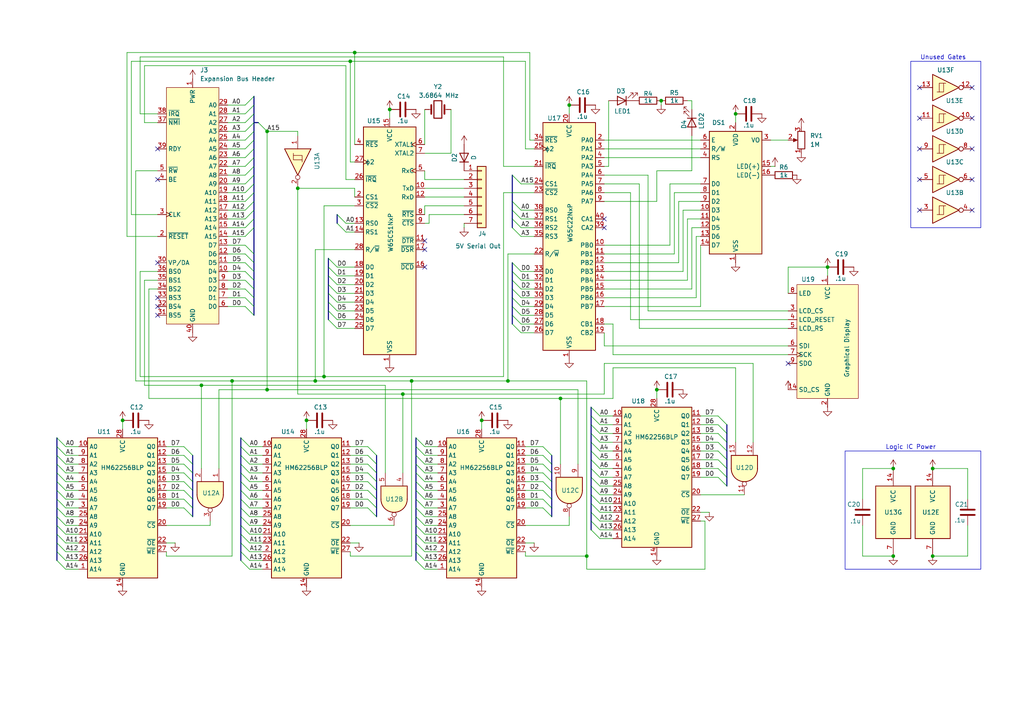
<source format=kicad_sch>
(kicad_sch (version 20250114) (generator "eeschema") (generator_version "9.0")
  (paper "A4")
  (rectangle (start 245.11 130.81) (end 284.48 165.1))
  (rectangle (start 264.16 17.78) (end 284.48 66.04))
  (text "Logic IC Power" (at 264.16 129.794 0) (effects (font (size 1.27 1.27))))
  (text "Unused Gates" (at 273.558 16.764 0) (effects (font (size 1.27 1.27))))
  (junction (at 259.08 135.89))
  (junction (at 58.42 111.76))
  (junction (at 91.44 110.49))
  (junction (at 270.51 161.29))
  (junction (at 270.51 135.89))
  (junction (at 88.9 121.92))
  (junction (at 147.32 110.49))
  (junction (at 190.5 113.03))
  (junction (at 116.84 114.3))
  (junction (at 35.56 121.92))
  (junction (at 101.6 17.78))
  (junction (at 113.03 31.75))
  (junction (at 119.38 110.49))
  (junction (at 102.87 15.24))
  (junction (at 77.47 113.03))
  (junction (at 170.18 161.29))
  (junction (at 139.7 121.92))
  (junction (at 213.36 33.02))
  (junction (at 93.98 109.22))
  (junction (at 165.1 30.48))
  (junction (at 191.77 29.21))
  (junction (at 67.31 110.49))
  (junction (at 86.36 54.61))
  (junction (at 77.47 38.1))
  (junction (at 162.56 115.57))
  (junction (at 240.03 77.47))
  (junction (at 259.08 161.29))
  (no_connect (at 266.7 34.29))
  (no_connect (at 123.19 69.85))
  (no_connect (at 45.72 43.18))
  (no_connect (at 45.72 88.9))
  (no_connect (at 45.72 52.07))
  (no_connect (at 281.94 43.18))
  (no_connect (at 281.94 60.96))
  (no_connect (at 45.72 91.44))
  (no_connect (at 175.26 63.5))
  (no_connect (at 123.19 77.47))
  (no_connect (at 175.26 66.04))
  (no_connect (at 45.72 86.36))
  (no_connect (at 266.7 25.4))
  (no_connect (at 266.7 52.07))
  (no_connect (at 281.94 52.07))
  (no_connect (at 281.94 25.4))
  (no_connect (at 123.19 72.39))
  (no_connect (at 266.7 60.96))
  (no_connect (at 45.72 76.2))
  (no_connect (at 266.7 43.18))
  (no_connect (at 228.6 105.41))
  (no_connect (at 281.94 34.29))
  (bus_entry (at 173.99 138.43) (size -2.54 -2.54))
  (bus_entry (at 97.79 90.17) (size -2.54 -2.54))
  (bus_entry (at 173.99 133.35) (size -2.54 -2.54))
  (bus_entry (at 123.19 154.94) (size -2.54 -2.54))
  (bus_entry (at 71.12 38.1) (size 2.54 -2.54))
  (bus_entry (at 123.19 157.48) (size -2.54 -2.54))
  (bus_entry (at 71.12 58.42) (size 2.54 -2.54))
  (bus_entry (at 19.05 132.08) (size -2.54 -2.54))
  (bus_entry (at 71.12 86.36) (size 2.54 2.54))
  (bus_entry (at 97.79 87.63) (size -2.54 -2.54))
  (bus_entry (at 71.12 35.56) (size 2.54 -2.54))
  (bus_entry (at 123.19 160.02) (size -2.54 -2.54))
  (bus_entry (at 71.12 63.5) (size 2.54 -2.54))
  (bus_entry (at 53.34 147.32) (size 2.54 2.54))
  (bus_entry (at 123.19 134.62) (size -2.54 -2.54))
  (bus_entry (at 123.19 152.4) (size -2.54 -2.54))
  (bus_entry (at 72.39 134.62) (size -2.54 -2.54))
  (bus_entry (at 53.34 139.7) (size 2.54 2.54))
  (bus_entry (at 151.13 93.98) (size -2.54 -2.54))
  (bus_entry (at 157.48 134.62) (size 2.54 2.54))
  (bus_entry (at 151.13 83.82) (size -2.54 -2.54))
  (bus_entry (at 106.68 132.08) (size 2.54 2.54))
  (bus_entry (at 208.28 128.27) (size 2.54 2.54))
  (bus_entry (at 71.12 55.88) (size 2.54 -2.54))
  (bus_entry (at 19.05 152.4) (size -2.54 -2.54))
  (bus_entry (at 97.79 82.55) (size -2.54 -2.54))
  (bus_entry (at 74.93 35.56) (size 2.54 2.54))
  (bus_entry (at 148.59 66.04) (size 2.54 2.54))
  (bus_entry (at 148.59 60.96) (size 2.54 2.54))
  (bus_entry (at 173.99 156.21) (size -2.54 -2.54))
  (bus_entry (at 151.13 81.28) (size -2.54 -2.54))
  (bus_entry (at 71.12 81.28) (size 2.54 2.54))
  (bus_entry (at 173.99 143.51) (size -2.54 -2.54))
  (bus_entry (at 173.99 123.19) (size -2.54 -2.54))
  (bus_entry (at 71.12 66.04) (size 2.54 -2.54))
  (bus_entry (at 19.05 165.1) (size -2.54 -2.54))
  (bus_entry (at 71.12 78.74) (size 2.54 2.54))
  (bus_entry (at 208.28 138.43) (size 2.54 2.54))
  (bus_entry (at 97.79 95.25) (size -2.54 -2.54))
  (bus_entry (at 157.48 139.7) (size 2.54 2.54))
  (bus_entry (at 53.34 137.16) (size 2.54 2.54))
  (bus_entry (at 19.05 144.78) (size -2.54 -2.54))
  (bus_entry (at 123.19 142.24) (size -2.54 -2.54))
  (bus_entry (at 208.28 120.65) (size 2.54 2.54))
  (bus_entry (at 173.99 128.27) (size -2.54 -2.54))
  (bus_entry (at 173.99 130.81) (size -2.54 -2.54))
  (bus_entry (at 123.19 132.08) (size -2.54 -2.54))
  (bus_entry (at 19.05 147.32) (size -2.54 -2.54))
  (bus_entry (at 151.13 88.9) (size -2.54 -2.54))
  (bus_entry (at 123.19 139.7) (size -2.54 -2.54))
  (bus_entry (at 173.99 120.65) (size -2.54 -2.54))
  (bus_entry (at 97.79 80.01) (size -2.54 -2.54))
  (bus_entry (at 106.68 129.54) (size 2.54 2.54))
  (bus_entry (at 71.12 40.64) (size 2.54 -2.54))
  (bus_entry (at 71.12 60.96) (size 2.54 -2.54))
  (bus_entry (at 173.99 153.67) (size -2.54 -2.54))
  (bus_entry (at 157.48 147.32) (size 2.54 2.54))
  (bus_entry (at 151.13 96.52) (size -2.54 -2.54))
  (bus_entry (at 19.05 160.02) (size -2.54 -2.54))
  (bus_entry (at 100.33 64.77) (size -2.54 -2.54))
  (bus_entry (at 208.28 135.89) (size 2.54 2.54))
  (bus_entry (at 53.34 144.78) (size 2.54 2.54))
  (bus_entry (at 72.39 142.24) (size -2.54 -2.54))
  (bus_entry (at 53.34 142.24) (size 2.54 2.54))
  (bus_entry (at 19.05 154.94) (size -2.54 -2.54))
  (bus_entry (at 19.05 137.16) (size -2.54 -2.54))
  (bus_entry (at 71.12 83.82) (size 2.54 2.54))
  (bus_entry (at 19.05 157.48) (size -2.54 -2.54))
  (bus_entry (at 106.68 144.78) (size 2.54 2.54))
  (bus_entry (at 123.19 165.1) (size -2.54 -2.54))
  (bus_entry (at 148.59 58.42) (size 2.54 2.54))
  (bus_entry (at 148.59 63.5) (size 2.54 2.54))
  (bus_entry (at 123.19 129.54) (size -2.54 -2.54))
  (bus_entry (at 19.05 129.54) (size -2.54 -2.54))
  (bus_entry (at 208.28 125.73) (size 2.54 2.54))
  (bus_entry (at 19.05 149.86) (size -2.54 -2.54))
  (bus_entry (at 19.05 139.7) (size -2.54 -2.54))
  (bus_entry (at 71.12 73.66) (size 2.54 2.54))
  (bus_entry (at 71.12 53.34) (size 2.54 -2.54))
  (bus_entry (at 148.59 50.8) (size 2.54 2.54))
  (bus_entry (at 71.12 50.8) (size 2.54 -2.54))
  (bus_entry (at 173.99 151.13) (size -2.54 -2.54))
  (bus_entry (at 72.39 154.94) (size -2.54 -2.54))
  (bus_entry (at 53.34 132.08) (size 2.54 2.54))
  (bus_entry (at 72.39 132.08) (size -2.54 -2.54))
  (bus_entry (at 151.13 91.44) (size -2.54 -2.54))
  (bus_entry (at 71.12 68.58) (size 2.54 -2.54))
  (bus_entry (at 97.79 77.47) (size -2.54 -2.54))
  (bus_entry (at 72.39 152.4) (size -2.54 -2.54))
  (bus_entry (at 123.19 149.86) (size -2.54 -2.54))
  (bus_entry (at 71.12 45.72) (size 2.54 -2.54))
  (bus_entry (at 208.28 123.19) (size 2.54 2.54))
  (bus_entry (at 72.39 157.48) (size -2.54 -2.54))
  (bus_entry (at 100.33 67.31) (size -2.54 -2.54))
  (bus_entry (at 97.79 92.71) (size -2.54 -2.54))
  (bus_entry (at 72.39 160.02) (size -2.54 -2.54))
  (bus_entry (at 157.48 132.08) (size 2.54 2.54))
  (bus_entry (at 157.48 144.78) (size 2.54 2.54))
  (bus_entry (at 106.68 134.62) (size 2.54 2.54))
  (bus_entry (at 157.48 137.16) (size 2.54 2.54))
  (bus_entry (at 106.68 137.16) (size 2.54 2.54))
  (bus_entry (at 106.68 139.7) (size 2.54 2.54))
  (bus_entry (at 72.39 147.32) (size -2.54 -2.54))
  (bus_entry (at 72.39 129.54) (size -2.54 -2.54))
  (bus_entry (at 71.12 88.9) (size 2.54 2.54))
  (bus_entry (at 208.28 130.81) (size 2.54 2.54))
  (bus_entry (at 151.13 86.36) (size -2.54 -2.54))
  (bus_entry (at 71.12 71.12) (size 2.54 2.54))
  (bus_entry (at 71.12 43.18) (size 2.54 -2.54))
  (bus_entry (at 173.99 140.97) (size -2.54 -2.54))
  (bus_entry (at 19.05 134.62) (size -2.54 -2.54))
  (bus_entry (at 208.28 133.35) (size 2.54 2.54))
  (bus_entry (at 72.39 149.86) (size -2.54 -2.54))
  (bus_entry (at 173.99 125.73) (size -2.54 -2.54))
  (bus_entry (at 97.79 85.09) (size -2.54 -2.54))
  (bus_entry (at 71.12 30.48) (size 2.54 -2.54))
  (bus_entry (at 173.99 146.05) (size -2.54 -2.54))
  (bus_entry (at 71.12 76.2) (size 2.54 2.54))
  (bus_entry (at 53.34 129.54) (size 2.54 2.54))
  (bus_entry (at 157.48 129.54) (size 2.54 2.54))
  (bus_entry (at 123.19 162.56) (size -2.54 -2.54))
  (bus_entry (at 157.48 142.24) (size 2.54 2.54))
  (bus_entry (at 53.34 134.62) (size 2.54 2.54))
  (bus_entry (at 123.19 144.78) (size -2.54 -2.54))
  (bus_entry (at 72.39 137.16) (size -2.54 -2.54))
  (bus_entry (at 72.39 144.78) (size -2.54 -2.54))
  (bus_entry (at 106.68 142.24) (size 2.54 2.54))
  (bus_entry (at 19.05 142.24) (size -2.54 -2.54))
  (bus_entry (at 151.13 78.74) (size -2.54 -2.54))
  (bus_entry (at 71.12 33.02) (size 2.54 -2.54))
  (bus_entry (at 173.99 148.59) (size -2.54 -2.54))
  (bus_entry (at 123.19 147.32) (size -2.54 -2.54))
  (bus_entry (at 123.19 137.16) (size -2.54 -2.54))
  (bus_entry (at 72.39 139.7) (size -2.54 -2.54))
  (bus_entry (at 173.99 135.89) (size -2.54 -2.54))
  (bus_entry (at 72.39 165.1) (size -2.54 -2.54))
  (bus_entry (at 19.05 162.56) (size -2.54 -2.54))
  (bus_entry (at 71.12 48.26) (size 2.54 -2.54))
  (bus_entry (at 106.68 147.32) (size 2.54 2.54))
  (bus_entry (at 72.39 162.56) (size -2.54 -2.54))
  (wire (pts (xy 66.04 43.18) (xy 71.12 43.18)))
  (wire (pts (xy 72.39 137.16) (xy 76.2 137.16)))
  (bus (pts (xy 73.66 86.36) (xy 73.66 88.9)))
  (bus (pts (xy 120.65 134.62) (xy 120.65 137.16)))
  (wire (pts (xy 66.04 53.34) (xy 71.12 53.34)))
  (wire (pts (xy 67.31 161.29) (xy 67.31 110.49)))
  (wire (pts (xy 187.96 90.17) (xy 187.96 50.8)))
  (wire (pts (xy 41.91 81.28) (xy 45.72 81.28)))
  (wire (pts (xy 40.64 33.02) (xy 45.72 33.02)))
  (wire (pts (xy 86.36 54.61) (xy 86.36 114.3)))
  (wire (pts (xy 123.19 54.61) (xy 134.62 54.61)))
  (wire (pts (xy 101.6 147.32) (xy 106.68 147.32)))
  (wire (pts (xy 123.19 160.02) (xy 127 160.02)))
  (bus (pts (xy 69.85 149.86) (xy 69.85 152.4)))
  (wire (pts (xy 123.19 64.77) (xy 124.46 64.77)))
  (wire (pts (xy 101.6 137.16) (xy 106.68 137.16)))
  (wire (pts (xy 66.04 88.9) (xy 71.12 88.9)))
  (bus (pts (xy 95.25 82.55) (xy 95.25 80.01)))
  (wire (pts (xy 270.51 135.89) (xy 280.67 135.89)))
  (wire (pts (xy 173.99 133.35) (xy 177.8 133.35)))
  (bus (pts (xy 120.65 139.7) (xy 120.65 142.24)))
  (wire (pts (xy 66.04 76.2) (xy 71.12 76.2)))
  (bus (pts (xy 73.66 81.28) (xy 73.66 83.82)))
  (wire (pts (xy 173.99 120.65) (xy 177.8 120.65)))
  (wire (pts (xy 213.36 106.68) (xy 177.8 106.68)))
  (bus (pts (xy 120.65 142.24) (xy 120.65 144.78)))
  (wire (pts (xy 152.4 17.78) (xy 101.6 17.78)))
  (bus (pts (xy 171.45 123.19) (xy 171.45 125.73)))
  (bus (pts (xy 109.22 147.32) (xy 109.22 149.86)))
  (wire (pts (xy 66.04 50.8) (xy 71.12 50.8)))
  (wire (pts (xy 123.19 142.24) (xy 127 142.24)))
  (wire (pts (xy 123.19 165.1) (xy 127 165.1)))
  (wire (pts (xy 72.39 154.94) (xy 76.2 154.94)))
  (wire (pts (xy 162.56 115.57) (xy 43.18 115.57)))
  (wire (pts (xy 123.19 157.48) (xy 127 157.48)))
  (bus (pts (xy 73.66 35.56) (xy 73.66 38.1)))
  (bus (pts (xy 171.45 151.13) (xy 171.45 153.67)))
  (wire (pts (xy 203.2 130.81) (xy 208.28 130.81)))
  (wire (pts (xy 100.33 52.07) (xy 100.33 19.05)))
  (wire (pts (xy 280.67 135.89) (xy 280.67 144.78)))
  (bus (pts (xy 69.85 142.24) (xy 69.85 144.78)))
  (wire (pts (xy 200.66 29.21) (xy 199.39 29.21)))
  (wire (pts (xy 124.46 62.23) (xy 134.62 62.23)))
  (bus (pts (xy 73.66 60.96) (xy 73.66 63.5)))
  (bus (pts (xy 210.82 123.19) (xy 210.82 125.73)))
  (bus (pts (xy 16.51 147.32) (xy 16.51 149.86)))
  (wire (pts (xy 19.05 147.32) (xy 22.86 147.32)))
  (wire (pts (xy 123.19 137.16) (xy 127 137.16)))
  (bus (pts (xy 16.51 142.24) (xy 16.51 144.78)))
  (wire (pts (xy 123.19 147.32) (xy 127 147.32)))
  (wire (pts (xy 123.19 162.56) (xy 127 162.56)))
  (wire (pts (xy 19.05 132.08) (xy 22.86 132.08)))
  (bus (pts (xy 73.66 55.88) (xy 73.66 58.42)))
  (bus (pts (xy 73.66 33.02) (xy 73.66 35.56)))
  (wire (pts (xy 228.6 77.47) (xy 240.03 77.47)))
  (wire (pts (xy 203.2 135.89) (xy 208.28 135.89)))
  (wire (pts (xy 228.6 85.09) (xy 228.6 77.47)))
  (wire (pts (xy 203.2 143.51) (xy 215.9 143.51)))
  (bus (pts (xy 69.85 152.4) (xy 69.85 154.94)))
  (wire (pts (xy 151.13 88.9) (xy 154.94 88.9)))
  (bus (pts (xy 148.59 93.98) (xy 148.59 91.44)))
  (bus (pts (xy 16.51 134.62) (xy 16.51 137.16)))
  (wire (pts (xy 152.4 144.78) (xy 157.48 144.78)))
  (bus (pts (xy 55.88 144.78) (xy 55.88 147.32)))
  (bus (pts (xy 73.66 63.5) (xy 73.66 66.04)))
  (wire (pts (xy 152.4 142.24) (xy 157.48 142.24)))
  (wire (pts (xy 153.67 15.24) (xy 102.87 15.24)))
  (wire (pts (xy 100.33 19.05) (xy 41.91 19.05)))
  (wire (pts (xy 203.2 123.19) (xy 208.28 123.19)))
  (wire (pts (xy 100.33 67.31) (xy 102.87 67.31)))
  (bus (pts (xy 73.66 48.26) (xy 73.66 50.8)))
  (wire (pts (xy 175.26 58.42) (xy 190.5 58.42)))
  (wire (pts (xy 41.91 35.56) (xy 45.72 35.56)))
  (wire (pts (xy 167.64 113.03) (xy 77.47 113.03)))
  (wire (pts (xy 175.26 45.72) (xy 203.2 45.72)))
  (bus (pts (xy 148.59 81.28) (xy 148.59 83.82)))
  (wire (pts (xy 45.72 78.74) (xy 40.64 78.74)))
  (bus (pts (xy 160.02 144.78) (xy 160.02 147.32)))
  (bus (pts (xy 73.66 45.72) (xy 73.66 48.26)))
  (bus (pts (xy 160.02 132.08) (xy 160.02 134.62)))
  (bus (pts (xy 73.66 30.48) (xy 73.66 33.02)))
  (bus (pts (xy 120.65 147.32) (xy 120.65 149.86)))
  (wire (pts (xy 123.19 129.54) (xy 127 129.54)))
  (wire (pts (xy 88.9 121.92) (xy 88.9 124.46)))
  (bus (pts (xy 171.45 128.27) (xy 171.45 130.81)))
  (wire (pts (xy 40.64 109.22) (xy 93.98 109.22)))
  (wire (pts (xy 19.05 165.1) (xy 22.86 165.1)))
  (wire (pts (xy 101.6 161.29) (xy 119.38 161.29)))
  (wire (pts (xy 39.37 49.53) (xy 39.37 110.49)))
  (wire (pts (xy 190.5 113.03) (xy 190.5 115.57)))
  (wire (pts (xy 165.1 152.4) (xy 152.4 152.4)))
  (bus (pts (xy 55.88 147.32) (xy 55.88 149.86)))
  (wire (pts (xy 223.52 48.26) (xy 224.79 48.26)))
  (bus (pts (xy 55.88 137.16) (xy 55.88 139.7)))
  (wire (pts (xy 97.79 87.63) (xy 102.87 87.63)))
  (wire (pts (xy 123.19 152.4) (xy 127 152.4)))
  (wire (pts (xy 66.04 30.48) (xy 71.12 30.48)))
  (wire (pts (xy 41.91 19.05) (xy 41.91 35.56)))
  (bus (pts (xy 69.85 134.62) (xy 69.85 137.16)))
  (wire (pts (xy 146.05 109.22) (xy 93.98 109.22)))
  (wire (pts (xy 177.8 102.87) (xy 177.8 93.98)))
  (wire (pts (xy 101.6 129.54) (xy 106.68 129.54)))
  (wire (pts (xy 101.6 46.99) (xy 102.87 46.99)))
  (wire (pts (xy 123.19 139.7) (xy 127 139.7)))
  (wire (pts (xy 66.04 40.64) (xy 71.12 40.64)))
  (bus (pts (xy 97.79 64.77) (xy 97.79 62.23)))
  (wire (pts (xy 48.26 157.48) (xy 50.8 157.48)))
  (wire (pts (xy 66.04 48.26) (xy 71.12 48.26)))
  (wire (pts (xy 72.39 139.7) (xy 76.2 139.7)))
  (wire (pts (xy 170.18 165.1) (xy 170.18 161.29)))
  (wire (pts (xy 175.26 100.33) (xy 228.6 100.33)))
  (wire (pts (xy 175.26 40.64) (xy 203.2 40.64)))
  (wire (pts (xy 151.13 83.82) (xy 154.94 83.82)))
  (bus (pts (xy 171.45 138.43) (xy 171.45 140.97)))
  (wire (pts (xy 196.85 58.42) (xy 203.2 58.42)))
  (wire (pts (xy 151.13 96.52) (xy 154.94 96.52)))
  (wire (pts (xy 48.26 139.7) (xy 53.34 139.7)))
  (wire (pts (xy 36.83 15.24) (xy 102.87 15.24)))
  (bus (pts (xy 109.22 132.08) (xy 109.22 134.62)))
  (wire (pts (xy 77.47 38.1) (xy 86.36 38.1)))
  (bus (pts (xy 95.25 90.17) (xy 95.25 87.63)))
  (wire (pts (xy 196.85 76.2) (xy 196.85 58.42)))
  (wire (pts (xy 204.47 151.13) (xy 204.47 165.1)))
  (wire (pts (xy 173.99 128.27) (xy 177.8 128.27)))
  (wire (pts (xy 173.99 153.67) (xy 177.8 153.67)))
  (wire (pts (xy 19.05 154.94) (xy 22.86 154.94)))
  (bus (pts (xy 171.45 148.59) (xy 171.45 151.13)))
  (bus (pts (xy 69.85 132.08) (xy 69.85 134.62)))
  (wire (pts (xy 72.39 165.1) (xy 76.2 165.1)))
  (bus (pts (xy 73.66 53.34) (xy 73.66 55.88)))
  (wire (pts (xy 72.39 152.4) (xy 76.2 152.4)))
  (wire (pts (xy 101.6 142.24) (xy 106.68 142.24)))
  (bus (pts (xy 69.85 147.32) (xy 69.85 149.86)))
  (wire (pts (xy 203.2 151.13) (xy 204.47 151.13)))
  (bus (pts (xy 55.88 132.08) (xy 55.88 134.62)))
  (wire (pts (xy 154.94 73.66) (xy 147.32 73.66)))
  (wire (pts (xy 228.6 102.87) (xy 177.8 102.87)))
  (wire (pts (xy 175.26 81.28) (xy 199.39 81.28)))
  (bus (pts (xy 73.66 50.8) (xy 73.66 53.34)))
  (wire (pts (xy 195.58 55.88) (xy 203.2 55.88)))
  (wire (pts (xy 101.6 134.62) (xy 106.68 134.62)))
  (wire (pts (xy 151.13 66.04) (xy 154.94 66.04)))
  (bus (pts (xy 16.51 127) (xy 16.51 129.54)))
  (wire (pts (xy 123.19 57.15) (xy 134.62 57.15)))
  (wire (pts (xy 72.39 129.54) (xy 76.2 129.54)))
  (wire (pts (xy 190.5 49.53) (xy 200.66 49.53)))
  (bus (pts (xy 95.25 80.01) (xy 95.25 77.47)))
  (wire (pts (xy 152.4 129.54) (xy 157.48 129.54)))
  (bus (pts (xy 120.65 152.4) (xy 120.65 154.94)))
  (wire (pts (xy 146.05 16.51) (xy 40.64 16.51)))
  (bus (pts (xy 160.02 134.62) (xy 160.02 137.16)))
  (wire (pts (xy 203.2 71.12) (xy 203.2 88.9)))
  (wire (pts (xy 19.05 152.4) (xy 22.86 152.4)))
  (wire (pts (xy 45.72 62.23) (xy 38.1 62.23)))
  (wire (pts (xy 72.39 134.62) (xy 76.2 134.62)))
  (wire (pts (xy 200.66 29.21) (xy 200.66 31.75)))
  (wire (pts (xy 43.18 83.82) (xy 45.72 83.82)))
  (wire (pts (xy 86.36 114.3) (xy 116.84 114.3)))
  (wire (pts (xy 123.19 49.53) (xy 123.19 52.07)))
  (wire (pts (xy 173.99 146.05) (xy 177.8 146.05)))
  (wire (pts (xy 48.26 161.29) (xy 67.31 161.29)))
  (wire (pts (xy 116.84 114.3) (xy 116.84 137.16)))
  (bus (pts (xy 171.45 125.73) (xy 171.45 128.27)))
  (wire (pts (xy 97.79 85.09) (xy 102.87 85.09)))
  (wire (pts (xy 48.26 144.78) (xy 53.34 144.78)))
  (wire (pts (xy 45.72 49.53) (xy 39.37 49.53)))
  (wire (pts (xy 101.6 17.78) (xy 101.6 46.99)))
  (wire (pts (xy 175.26 96.52) (xy 175.26 100.33)))
  (wire (pts (xy 123.19 149.86) (xy 127 149.86)))
  (wire (pts (xy 146.05 55.88) (xy 146.05 109.22)))
  (wire (pts (xy 153.67 40.64) (xy 153.67 15.24)))
  (wire (pts (xy 45.72 68.58) (xy 36.83 68.58)))
  (wire (pts (xy 19.05 137.16) (xy 22.86 137.16)))
  (wire (pts (xy 194.31 53.34) (xy 203.2 53.34)))
  (wire (pts (xy 173.99 123.19) (xy 177.8 123.19)))
  (wire (pts (xy 93.98 59.69) (xy 93.98 109.22)))
  (bus (pts (xy 73.66 40.64) (xy 73.66 43.18)))
  (wire (pts (xy 66.04 68.58) (xy 71.12 68.58)))
  (wire (pts (xy 72.39 132.08) (xy 76.2 132.08)))
  (wire (pts (xy 175.26 83.82) (xy 200.66 83.82)))
  (wire (pts (xy 48.26 161.29) (xy 48.26 160.02)))
  (wire (pts (xy 48.26 132.08) (xy 53.34 132.08)))
  (wire (pts (xy 194.31 71.12) (xy 194.31 53.34)))
  (wire (pts (xy 228.6 90.17) (xy 187.96 90.17)))
  (wire (pts (xy 199.39 63.5) (xy 203.2 63.5)))
  (bus (pts (xy 148.59 50.8) (xy 148.59 58.42)))
  (bus (pts (xy 148.59 58.42) (xy 148.59 60.96)))
  (wire (pts (xy 151.13 63.5) (xy 154.94 63.5)))
  (wire (pts (xy 101.6 161.29) (xy 101.6 160.02)))
  (bus (pts (xy 120.65 137.16) (xy 120.65 139.7)))
  (wire (pts (xy 19.05 160.02) (xy 22.86 160.02)))
  (bus (pts (xy 69.85 137.16) (xy 69.85 139.7)))
  (wire (pts (xy 123.19 59.69) (xy 123.19 62.23)))
  (wire (pts (xy 72.39 160.02) (xy 76.2 160.02)))
  (bus (pts (xy 73.66 35.56) (xy 74.93 35.56)))
  (wire (pts (xy 173.99 148.59) (xy 177.8 148.59)))
  (wire (pts (xy 36.83 68.58) (xy 36.83 15.24)))
  (wire (pts (xy 152.4 139.7) (xy 157.48 139.7)))
  (wire (pts (xy 101.6 144.78) (xy 106.68 144.78)))
  (wire (pts (xy 97.79 82.55) (xy 102.87 82.55)))
  (bus (pts (xy 73.66 66.04) (xy 73.66 73.66)))
  (wire (pts (xy 259.08 161.29) (xy 250.19 161.29)))
  (bus (pts (xy 73.66 88.9) (xy 73.66 91.44)))
  (wire (pts (xy 101.6 132.08) (xy 106.68 132.08)))
  (bus (pts (xy 120.65 129.54) (xy 120.65 132.08)))
  (wire (pts (xy 58.42 111.76) (xy 58.42 135.89)))
  (wire (pts (xy 146.05 16.51) (xy 146.05 48.26)))
  (bus (pts (xy 69.85 127) (xy 69.85 129.54)))
  (bus (pts (xy 160.02 142.24) (xy 160.02 144.78)))
  (wire (pts (xy 152.4 137.16) (xy 157.48 137.16)))
  (bus (pts (xy 120.65 157.48) (xy 120.65 160.02)))
  (bus (pts (xy 171.45 130.81) (xy 171.45 133.35)))
  (wire (pts (xy 280.67 161.29) (xy 280.67 152.4)))
  (wire (pts (xy 19.05 129.54) (xy 22.86 129.54)))
  (wire (pts (xy 151.13 86.36) (xy 154.94 86.36)))
  (bus (pts (xy 16.51 144.78) (xy 16.51 147.32)))
  (wire (pts (xy 218.44 128.27) (xy 218.44 105.41)))
  (wire (pts (xy 41.91 111.76) (xy 58.42 111.76)))
  (wire (pts (xy 173.99 143.51) (xy 177.8 143.51)))
  (wire (pts (xy 86.36 38.1) (xy 86.36 39.37)))
  (wire (pts (xy 270.51 161.29) (xy 280.67 161.29)))
  (wire (pts (xy 48.26 152.4) (xy 60.96 152.4)))
  (wire (pts (xy 152.4 43.18) (xy 152.4 17.78)))
  (wire (pts (xy 35.56 121.92) (xy 35.56 124.46)))
  (wire (pts (xy 152.4 161.29) (xy 170.18 161.29)))
  (wire (pts (xy 40.64 78.74) (xy 40.64 109.22)))
  (wire (pts (xy 240.03 77.47) (xy 240.03 80.01)))
  (wire (pts (xy 19.05 142.24) (xy 22.86 142.24)))
  (wire (pts (xy 176.53 29.21) (xy 176.53 48.26)))
  (wire (pts (xy 66.04 83.82) (xy 71.12 83.82)))
  (bus (pts (xy 16.51 157.48) (xy 16.51 160.02)))
  (wire (pts (xy 175.26 105.41) (xy 218.44 105.41)))
  (bus (pts (xy 148.59 86.36) (xy 148.59 88.9)))
  (wire (pts (xy 203.2 125.73) (xy 208.28 125.73)))
  (wire (pts (xy 66.04 73.66) (xy 71.12 73.66)))
  (wire (pts (xy 72.39 149.86) (xy 76.2 149.86)))
  (wire (pts (xy 151.13 60.96) (xy 154.94 60.96)))
  (bus (pts (xy 69.85 144.78) (xy 69.85 147.32)))
  (bus (pts (xy 69.85 157.48) (xy 69.85 160.02)))
  (wire (pts (xy 151.13 91.44) (xy 154.94 91.44)))
  (wire (pts (xy 123.19 154.94) (xy 127 154.94)))
  (wire (pts (xy 203.2 148.59) (xy 205.74 148.59)))
  (bus (pts (xy 160.02 137.16) (xy 160.02 139.7)))
  (wire (pts (xy 63.5 113.03) (xy 63.5 135.89)))
  (wire (pts (xy 173.99 125.73) (xy 177.8 125.73)))
  (wire (pts (xy 119.38 110.49) (xy 91.44 110.49)))
  (wire (pts (xy 91.44 110.49) (xy 91.44 72.39)))
  (wire (pts (xy 66.04 35.56) (xy 71.12 35.56)))
  (wire (pts (xy 38.1 62.23) (xy 38.1 17.78)))
  (wire (pts (xy 175.26 86.36) (xy 201.93 86.36)))
  (bus (pts (xy 120.65 127) (xy 120.65 129.54)))
  (wire (pts (xy 182.88 55.88) (xy 175.26 55.88)))
  (wire (pts (xy 201.93 68.58) (xy 203.2 68.58)))
  (wire (pts (xy 123.19 132.08) (xy 127 132.08)))
  (wire (pts (xy 151.13 93.98) (xy 154.94 93.98)))
  (bus (pts (xy 210.82 125.73) (xy 210.82 128.27)))
  (bus (pts (xy 95.25 92.71) (xy 95.25 90.17)))
  (wire (pts (xy 213.36 128.27) (xy 213.36 106.68)))
  (bus (pts (xy 210.82 135.89) (xy 210.82 138.43)))
  (wire (pts (xy 66.04 45.72) (xy 71.12 45.72)))
  (wire (pts (xy 151.13 53.34) (xy 154.94 53.34)))
  (bus (pts (xy 210.82 128.27) (xy 210.82 130.81)))
  (wire (pts (xy 41.91 81.28) (xy 41.91 111.76)))
  (wire (pts (xy 48.26 137.16) (xy 53.34 137.16)))
  (wire (pts (xy 176.53 48.26) (xy 175.26 48.26)))
  (wire (pts (xy 101.6 152.4) (xy 114.3 152.4)))
  (bus (pts (xy 109.22 144.78) (xy 109.22 147.32)))
  (wire (pts (xy 66.04 71.12) (xy 71.12 71.12)))
  (bus (pts (xy 69.85 160.02) (xy 69.85 162.56)))
  (wire (pts (xy 154.94 48.26) (xy 146.05 48.26)))
  (wire (pts (xy 19.05 157.48) (xy 22.86 157.48)))
  (wire (pts (xy 147.32 73.66) (xy 147.32 110.49)))
  (bus (pts (xy 73.66 27.94) (xy 73.66 30.48)))
  (wire (pts (xy 19.05 134.62) (xy 22.86 134.62)))
  (wire (pts (xy 154.94 40.64) (xy 153.67 40.64)))
  (wire (pts (xy 19.05 139.7) (xy 22.86 139.7)))
  (wire (pts (xy 39.37 110.49) (xy 67.31 110.49)))
  (wire (pts (xy 19.05 162.56) (xy 22.86 162.56)))
  (wire (pts (xy 203.2 128.27) (xy 208.28 128.27)))
  (bus (pts (xy 16.51 139.7) (xy 16.51 142.24)))
  (wire (pts (xy 185.42 53.34) (xy 175.26 53.34)))
  (wire (pts (xy 60.96 152.4) (xy 60.96 151.13)))
  (bus (pts (xy 120.65 132.08) (xy 120.65 134.62)))
  (wire (pts (xy 187.96 50.8) (xy 175.26 50.8)))
  (bus (pts (xy 55.88 139.7) (xy 55.88 142.24)))
  (wire (pts (xy 72.39 144.78) (xy 76.2 144.78)))
  (wire (pts (xy 173.99 151.13) (xy 177.8 151.13)))
  (wire (pts (xy 191.77 30.48) (xy 191.77 29.21)))
  (wire (pts (xy 147.32 110.49) (xy 119.38 110.49)))
  (bus (pts (xy 109.22 139.7) (xy 109.22 142.24)))
  (wire (pts (xy 66.04 86.36) (xy 71.12 86.36)))
  (bus (pts (xy 16.51 129.54) (xy 16.51 132.08)))
  (wire (pts (xy 86.36 54.61) (xy 102.87 54.61)))
  (wire (pts (xy 97.79 92.71) (xy 102.87 92.71)))
  (wire (pts (xy 151.13 81.28) (xy 154.94 81.28)))
  (wire (pts (xy 173.99 130.81) (xy 177.8 130.81)))
  (bus (pts (xy 120.65 144.78) (xy 120.65 147.32)))
  (wire (pts (xy 175.26 71.12) (xy 194.31 71.12)))
  (bus (pts (xy 16.51 137.16) (xy 16.51 139.7)))
  (wire (pts (xy 154.94 55.88) (xy 146.05 55.88)))
  (bus (pts (xy 95.25 85.09) (xy 95.25 82.55)))
  (wire (pts (xy 228.6 95.25) (xy 185.42 95.25)))
  (bus (pts (xy 148.59 78.74) (xy 148.59 81.28)))
  (wire (pts (xy 198.12 78.74) (xy 198.12 60.96)))
  (wire (pts (xy 151.13 68.58) (xy 154.94 68.58)))
  (wire (pts (xy 123.19 52.07) (xy 134.62 52.07)))
  (wire (pts (xy 139.7 121.92) (xy 139.7 124.46)))
  (wire (pts (xy 200.66 66.04) (xy 203.2 66.04)))
  (wire (pts (xy 170.18 110.49) (xy 147.32 110.49)))
  (bus (pts (xy 55.88 134.62) (xy 55.88 137.16)))
  (wire (pts (xy 123.19 144.78) (xy 127 144.78)))
  (wire (pts (xy 66.04 60.96) (xy 71.12 60.96)))
  (wire (pts (xy 177.8 115.57) (xy 162.56 115.57)))
  (wire (pts (xy 97.79 77.47) (xy 102.87 77.47)))
  (bus (pts (xy 210.82 138.43) (xy 210.82 140.97)))
  (wire (pts (xy 152.4 157.48) (xy 154.94 157.48)))
  (wire (pts (xy 66.04 66.04) (xy 71.12 66.04)))
  (bus (pts (xy 160.02 139.7) (xy 160.02 142.24)))
  (wire (pts (xy 77.47 38.1) (xy 77.47 113.03)))
  (wire (pts (xy 175.26 114.3) (xy 116.84 114.3)))
  (bus (pts (xy 16.51 132.08) (xy 16.51 134.62)))
  (wire (pts (xy 259.08 135.89) (xy 250.19 135.89)))
  (bus (pts (xy 210.82 130.81) (xy 210.82 133.35)))
  (bus (pts (xy 95.25 87.63) (xy 95.25 85.09)))
  (wire (pts (xy 48.26 147.32) (xy 53.34 147.32)))
  (bus (pts (xy 171.45 146.05) (xy 171.45 148.59)))
  (wire (pts (xy 228.6 92.71) (xy 182.88 92.71)))
  (wire (pts (xy 100.33 52.07) (xy 102.87 52.07)))
  (wire (pts (xy 200.66 83.82) (xy 200.66 66.04)))
  (wire (pts (xy 66.04 33.02) (xy 71.12 33.02)))
  (wire (pts (xy 152.4 132.08) (xy 157.48 132.08)))
  (wire (pts (xy 66.04 63.5) (xy 71.12 63.5)))
  (wire (pts (xy 100.33 64.77) (xy 102.87 64.77)))
  (bus (pts (xy 73.66 73.66) (xy 73.66 76.2)))
  (bus (pts (xy 55.88 142.24) (xy 55.88 144.78)))
  (bus (pts (xy 148.59 88.9) (xy 148.59 91.44)))
  (wire (pts (xy 185.42 95.25) (xy 185.42 53.34)))
  (wire (pts (xy 223.52 40.64) (xy 228.6 40.64)))
  (bus (pts (xy 73.66 78.74) (xy 73.66 81.28)))
  (bus (pts (xy 109.22 137.16) (xy 109.22 139.7)))
  (wire (pts (xy 97.79 80.01) (xy 102.87 80.01)))
  (wire (pts (xy 199.39 81.28) (xy 199.39 63.5)))
  (bus (pts (xy 120.65 149.86) (xy 120.65 152.4)))
  (wire (pts (xy 77.47 113.03) (xy 63.5 113.03)))
  (wire (pts (xy 175.26 43.18) (xy 203.2 43.18)))
  (wire (pts (xy 190.5 58.42) (xy 190.5 49.53)))
  (bus (pts (xy 210.82 133.35) (xy 210.82 135.89)))
  (bus (pts (xy 95.25 77.47) (xy 95.25 74.93)))
  (wire (pts (xy 200.66 49.53) (xy 200.66 39.37)))
  (wire (pts (xy 113.03 31.75) (xy 113.03 34.29)))
  (bus (pts (xy 171.45 143.51) (xy 171.45 146.05)))
  (wire (pts (xy 66.04 78.74) (xy 71.12 78.74)))
  (bus (pts (xy 148.59 83.82) (xy 148.59 86.36)))
  (bus (pts (xy 73.66 38.1) (xy 73.66 40.64)))
  (wire (pts (xy 152.4 134.62) (xy 157.48 134.62)))
  (wire (pts (xy 119.38 161.29) (xy 119.38 110.49)))
  (wire (pts (xy 173.99 138.43) (xy 177.8 138.43)))
  (wire (pts (xy 203.2 88.9) (xy 175.26 88.9)))
  (bus (pts (xy 73.66 43.18) (xy 73.66 45.72)))
  (bus (pts (xy 171.45 133.35) (xy 171.45 135.89)))
  (wire (pts (xy 40.64 16.51) (xy 40.64 33.02)))
  (wire (pts (xy 93.98 59.69) (xy 102.87 59.69)))
  (wire (pts (xy 175.26 73.66) (xy 195.58 73.66)))
  (wire (pts (xy 72.39 147.32) (xy 76.2 147.32)))
  (wire (pts (xy 175.26 76.2) (xy 196.85 76.2)))
  (wire (pts (xy 173.99 135.89) (xy 177.8 135.89)))
  (bus (pts (xy 171.45 120.65) (xy 171.45 123.19)))
  (bus (pts (xy 120.65 160.02) (xy 120.65 162.56)))
  (wire (pts (xy 134.62 66.04) (xy 134.62 64.77)))
  (wire (pts (xy 203.2 133.35) (xy 208.28 133.35)))
  (wire (pts (xy 250.19 135.89) (xy 250.19 144.78)))
  (bus (pts (xy 109.22 142.24) (xy 109.22 144.78)))
  (wire (pts (xy 175.26 105.41) (xy 175.26 114.3)))
  (wire (pts (xy 72.39 157.48) (xy 76.2 157.48)))
  (bus (pts (xy 16.51 149.86) (xy 16.51 152.4)))
  (wire (pts (xy 152.4 147.32) (xy 157.48 147.32)))
  (bus (pts (xy 73.66 76.2) (xy 73.66 78.74)))
  (bus (pts (xy 69.85 129.54) (xy 69.85 132.08)))
  (wire (pts (xy 175.26 78.74) (xy 198.12 78.74)))
  (wire (pts (xy 134.62 59.69) (xy 123.19 59.69)))
  (wire (pts (xy 123.19 44.45) (xy 130.81 44.45)))
  (wire (pts (xy 182.88 92.71) (xy 182.88 55.88)))
  (wire (pts (xy 101.6 157.48) (xy 104.14 157.48)))
  (bus (pts (xy 69.85 139.7) (xy 69.85 142.24)))
  (bus (pts (xy 148.59 63.5) (xy 148.59 66.04)))
  (wire (pts (xy 19.05 144.78) (xy 22.86 144.78)))
  (wire (pts (xy 195.58 73.66) (xy 195.58 55.88)))
  (wire (pts (xy 151.13 78.74) (xy 154.94 78.74)))
  (wire (pts (xy 48.26 129.54) (xy 53.34 129.54)))
  (wire (pts (xy 198.12 60.96) (xy 203.2 60.96)))
  (wire (pts (xy 173.99 140.97) (xy 177.8 140.97)))
  (wire (pts (xy 130.81 44.45) (xy 130.81 31.75)))
  (wire (pts (xy 123.19 134.62) (xy 127 134.62)))
  (wire (pts (xy 102.87 54.61) (xy 102.87 57.15)))
  (wire (pts (xy 203.2 120.65) (xy 208.28 120.65)))
  (wire (pts (xy 38.1 17.78) (xy 101.6 17.78)))
  (wire (pts (xy 58.42 111.76) (xy 111.76 111.76)))
  (bus (pts (xy 148.59 76.2) (xy 148.59 78.74)))
  (wire (pts (xy 170.18 110.49) (xy 170.18 161.29)))
  (wire (pts (xy 66.04 58.42) (xy 71.12 58.42)))
  (bus (pts (xy 171.45 140.97) (xy 171.45 143.51)))
  (wire (pts (xy 66.04 38.1) (xy 71.12 38.1)))
  (wire (pts (xy 91.44 72.39) (xy 102.87 72.39)))
  (bus (pts (xy 148.59 60.96) (xy 148.59 63.5)))
  (wire (pts (xy 124.46 64.77) (xy 124.46 62.23)))
  (bus (pts (xy 120.65 154.94) (xy 120.65 157.48)))
  (wire (pts (xy 123.19 31.75) (xy 123.19 41.91)))
  (wire (pts (xy 43.18 115.57) (xy 43.18 83.82)))
  (bus (pts (xy 73.66 58.42) (xy 73.66 60.96)))
  (wire (pts (xy 101.6 139.7) (xy 106.68 139.7)))
  (wire (pts (xy 165.1 30.48) (xy 165.1 33.02)))
  (bus (pts (xy 171.45 135.89) (xy 171.45 138.43)))
  (wire (pts (xy 67.31 110.49) (xy 91.44 110.49)))
  (wire (pts (xy 213.36 33.02) (xy 213.36 35.56)))
  (wire (pts (xy 111.76 137.16) (xy 111.76 111.76)))
  (wire (pts (xy 154.94 43.18) (xy 152.4 43.18)))
  (wire (pts (xy 165.1 149.86) (xy 165.1 152.4)))
  (wire (pts (xy 201.93 86.36) (xy 201.93 68.58)))
  (wire (pts (xy 19.05 149.86) (xy 22.86 149.86)))
  (wire (pts (xy 72.39 162.56) (xy 76.2 162.56)))
  (wire (pts (xy 167.64 134.62) (xy 167.64 113.03)))
  (wire (pts (xy 102.87 15.24) (xy 102.87 41.91)))
  (bus (pts (xy 109.22 134.62) (xy 109.22 137.16)))
  (wire (pts (xy 97.79 95.25) (xy 102.87 95.25)))
  (wire (pts (xy 66.04 55.88) (xy 71.12 55.88)))
  (wire (pts (xy 48.26 134.62) (xy 53.34 134.62)))
  (bus (pts (xy 69.85 154.94) (xy 69.85 157.48)))
  (wire (pts (xy 177.8 106.68) (xy 177.8 115.57)))
  (wire (pts (xy 48.26 142.24) (xy 53.34 142.24)))
  (bus (pts (xy 171.45 118.11) (xy 171.45 120.65)))
  (bus (pts (xy 16.51 154.94) (xy 16.51 157.48)))
  (wire (pts (xy 250.19 161.29) (xy 250.19 152.4)))
  (bus (pts (xy 160.02 147.32) (xy 160.02 149.86)))
  (wire (pts (xy 72.39 142.24) (xy 76.2 142.24)))
  (bus (pts (xy 73.66 83.82) (xy 73.66 86.36)))
  (wire (pts (xy 177.8 93.98) (xy 175.26 93.98)))
  (wire (pts (xy 66.04 81.28) (xy 71.12 81.28)))
  (wire (pts (xy 162.56 134.62) (xy 162.56 115.57)))
  (wire (pts (xy 152.4 161.29) (xy 152.4 160.02)))
  (wire (pts (xy 203.2 138.43) (xy 208.28 138.43)))
  (wire (pts (xy 173.99 156.21) (xy 177.8 156.21)))
  (bus (pts (xy 16.51 152.4) (xy 16.51 154.94)))
  (bus (pts (xy 16.51 160.02) (xy 16.51 162.56)))
  (wire (pts (xy 97.79 90.17) (xy 102.87 90.17)))
  (wire (pts (xy 204.47 165.1) (xy 170.18 165.1)))
  (label "A5" (at 173.99 133.35 0))
  (label "D5" (at 67.31 76.2 0))
  (label "A10" (at 173.99 146.05 0))
  (label "A12" (at 67.31 60.96 0))
  (label "A9" (at 173.99 143.51 0))
  (label "A12" (at 173.99 151.13 0))
  (label "A4" (at 173.99 130.81 0))
  (label "D7" (at 204.47 120.65 0))
  (label "D3" (at 49.53 139.7 0))
  (label "D4" (at 67.31 78.74 0))
  (label "D7" (at 97.79 95.25 0))
  (label "A4" (at 19.05 139.7 0))
  (label "D3" (at 97.79 85.09 0))
  (label "A13" (at 72.39 162.56 0))
  (label "D1" (at 153.67 144.78 0))
  (label "D6" (at 151.13 93.98 0))
  (label "D6" (at 67.31 73.66 0))
  (label "D2" (at 67.31 83.82 0))
  (label "D1" (at 204.47 135.89 0))
  (label "D3" (at 204.47 130.81 0))
  (label "D7" (at 49.53 129.54 0))
  (label "A9" (at 123.19 152.4 0))
  (label "A14" (at 72.39 165.1 0))
  (label "A3" (at 19.05 137.16 0))
  (label "A9" (at 19.05 152.4 0))
  (label "D0" (at 97.79 77.47 0))
  (label "D5" (at 97.79 90.17 0))
  (label "A8" (at 72.39 149.86 0))
  (label "A11" (at 123.19 157.48 0))
  (label "A10" (at 123.19 154.94 0))
  (label "D4" (at 153.67 137.16 0))
  (label "A11" (at 67.31 58.42 0))
  (label "D6" (at 97.79 92.71 0))
  (label "D6" (at 102.87 132.08 0))
  (label "D4" (at 49.53 137.16 0))
  (label "D5" (at 151.13 91.44 0))
  (label "D2" (at 102.87 142.24 0))
  (label "A4" (at 67.31 40.64 0))
  (label "A11" (at 19.05 157.48 0))
  (label "A3" (at 123.19 137.16 0))
  (label "D6" (at 49.53 132.08 0))
  (label "A8" (at 67.31 50.8 0))
  (label "A0" (at 72.39 129.54 0))
  (label "A9" (at 67.31 53.34 0))
  (label "A6" (at 72.39 144.78 0))
  (label "A1" (at 173.99 123.19 0))
  (label "A14" (at 67.31 66.04 0))
  (label "D3" (at 153.67 139.7 0))
  (label "A1" (at 123.19 132.08 0))
  (label "A14" (at 19.05 165.1 0))
  (label "A3" (at 67.31 38.1 0))
  (label "A12" (at 123.19 160.02 0))
  (label "A14" (at 123.19 165.1 0))
  (label "D7" (at 153.67 129.54 0))
  (label "D3" (at 102.87 139.7 0))
  (label "A15" (at 77.47 38.1 0))
  (label "A7" (at 72.39 147.32 0))
  (label "A14" (at 173.99 156.21 0))
  (label "D5" (at 153.67 134.62 0))
  (label "A4" (at 72.39 139.7 0))
  (label "A7" (at 67.31 48.26 0))
  (label "D0" (at 151.13 78.74 0))
  (label "A10" (at 67.31 55.88 0))
  (label "A0" (at 67.31 30.48 0))
  (label "D5" (at 49.53 134.62 0))
  (label "A2" (at 19.05 134.62 0))
  (label "A5" (at 123.19 142.24 0))
  (label "D7" (at 67.31 71.12 0))
  (label "A11" (at 72.39 157.48 0))
  (label "D2" (at 204.47 133.35 0))
  (label "A7" (at 19.05 147.32 0))
  (label "D4" (at 204.47 128.27 0))
  (label "D4" (at 97.79 87.63 0))
  (label "A1" (at 67.31 33.02 0))
  (label "D2" (at 151.13 83.82 0))
  (label "A3" (at 72.39 137.16 0))
  (label "A2" (at 72.39 134.62 0))
  (label "D7" (at 151.13 96.52 0))
  (label "D0" (at 67.31 88.9 0))
  (label "A0" (at 19.05 129.54 0))
  (label "D3" (at 67.31 81.28 0))
  (label "D7" (at 102.87 129.54 0))
  (label "D2" (at 153.67 142.24 0))
  (label "A0" (at 100.33 64.77 0))
  (label "A1" (at 72.39 132.08 0))
  (label "D6" (at 153.67 132.08 0))
  (label "A11" (at 173.99 148.59 0))
  (label "D0" (at 153.67 147.32 0))
  (label "A7" (at 173.99 138.43 0))
  (label "D4" (at 102.87 137.16 0))
  (label "A1" (at 100.33 67.31 0))
  (label "A5" (at 19.05 142.24 0))
  (label "D1" (at 67.31 86.36 0))
  (label "A5" (at 72.39 142.24 0))
  (label "A0" (at 151.13 60.96 0))
  (label "D1" (at 97.79 80.01 0))
  (label "D1" (at 49.53 144.78 0))
  (label "A3" (at 173.99 128.27 0))
  (label "A9" (at 72.39 152.4 0))
  (label "D0" (at 49.53 147.32 0))
  (label "A2" (at 67.31 35.56 0))
  (label "A13" (at 67.31 63.5 0))
  (label "A6" (at 123.19 144.78 0))
  (label "A8" (at 19.05 149.86 0))
  (label "D5" (at 204.47 125.73 0))
  (label "A10" (at 19.05 154.94 0))
  (label "D6" (at 204.47 123.19 0))
  (label "D0" (at 102.87 147.32 0))
  (label "A13" (at 173.99 153.67 0))
  (label "D2" (at 49.53 142.24 0))
  (label "A3" (at 151.13 68.58 0))
  (label "A8" (at 173.99 140.97 0))
  (label "D3" (at 151.13 86.36 0))
  (label "D1" (at 151.13 81.28 0))
  (label "A12" (at 19.05 160.02 0))
  (label "A0" (at 173.99 120.65 0))
  (label "A13" (at 19.05 162.56 0))
  (label "A13" (at 123.19 162.56 0))
  (label "D1" (at 102.87 144.78 0))
  (label "A15" (at 67.31 68.58 0))
  (label "A2" (at 173.99 125.73 0))
  (label "A0" (at 123.19 129.54 0))
  (label "D4" (at 151.13 88.9 0))
  (label "A1" (at 19.05 132.08 0))
  (label "D2" (at 97.79 82.55 0))
  (label "D0" (at 204.47 138.43 0))
  (label "A12" (at 72.39 160.02 0))
  (label "A6" (at 67.31 45.72 0))
  (label "A4" (at 123.19 139.7 0))
  (label "A2" (at 151.13 66.04 0))
  (label "A2" (at 123.19 134.62 0))
  (label "A10" (at 72.39 154.94 0))
  (label "A6" (at 173.99 135.89 0))
  (label "D5" (at 102.87 134.62 0))
  (label "A1" (at 151.13 63.5 0))
  (label "A5" (at 67.31 43.18 0))
  (label "A7" (at 123.19 147.32 0))
  (label "A15" (at 151.13 53.34 0))
  (label "A8" (at 123.19 149.86 0))
  (label "A6" (at 19.05 144.78 0))
  (symbol (lib_id "Board Connectors:Bus_Connector") (at 55.88 25.4 0) (unit 1)
    (property "Reference" "J3" (at 58.0233 20.32 0) (effects (justify left)))
    (property "Value" "Expansion Bus Header" (at 58.0233 22.86 0) (effects (justify left)))
    (property "Footprint" "Connector_PinHeader_2.54mm:PinHeader_2x20_P2.54mm_Vertical" (effects (hide yes)))
  )
  (symbol (lib_id "power:GND") (at 120.65 31.75 0) (unit 1)
    (property "Reference" "#PWR063" (effects (hide yes)))
    (property "Value" "GND" (effects (hide yes)))
    (property "Description" "Power symbol creates a global label with name \"GND\" , ground" (effects (hide yes)))
  )
  (symbol (lib_id "power:GND") (at 270.51 161.29 0) (unit 1)
    (property "Reference" "#PWR089" (effects (hide yes)))
    (property "Value" "GND" (effects (hide yes)))
    (property "Description" "Power symbol creates a global label with name \"GND\" , ground" (effects (hide yes)))
  )
  (symbol (lib_id "Device:R") (at 227.33 50.8 90) (unit 1)
    (property "Reference" "R6" (at 227.33 48.514 90))
    (property "Value" "1k" (at 227.33 50.8 90))
    (property "Footprint" "Resistor_THT:R_Axial_DIN0207_L6.3mm_D2.5mm_P10.16mm_Horizontal" (effects (hide yes)))
    (property "Description" "Resistor" (effects (hide yes)))
  )
  (symbol (lib_id "power:GND") (at 220.98 33.02 0) (unit 1)
    (property "Reference" "#PWR080" (effects (hide yes)))
    (property "Value" "GND" (effects (hide yes)))
    (property "Description" "Power symbol creates a global label with name \"GND\" , ground" (effects (hide yes)))
  )
  (symbol (lib_id "Device:C") (at 92.71 121.92 90) (unit 1)
    (property "Reference" "C13" (at 92.964 118.11 90))
    (property "Value" ".1u" (at 92.71 125.222 90))
    (property "Footprint" "Capacitor_THT:C_Disc_D3.4mm_W2.1mm_P2.50mm" (effects (hide yes)))
    (property "Description" "Unpolarized capacitor" (effects (hide yes)))
  )
  (symbol (lib_id "PCM_65xx-library:W65C51NxP") (at 113.03 69.85 0) (unit 1)
    (property "Reference" "U15" (at 106.426 35.052 0) (effects (justify left)))
    (property "Value" "W65C51NxP" (at 113.284 73.152 90) (effects (justify left)))
    (property "Footprint" "Package_DIP:DIP-28_W15.24mm" (effects (hide yes)))
    (property "Datasheet" "http://www.westerndesigncenter.com/wdc/documentation/w65c51n.pdf" (effects (hide yes)))
    (property "Description" "CMOS Asynchronous Communication Interface Adapter (ACIA), Serial UART, DIP-28" (effects (hide yes)))
  )
  (symbol (lib_id "74xx:74HC14") (at 274.32 43.18 0) (unit 4)
    (property "Reference" "U13" (at 274.3199 38.1 0) (effects (justify left)))
    (property "Value" "74HC14" (effects (hide yes)))
    (property "Footprint" "Package_DIP:DIP-14_W7.62mm_Socket" (effects (hide yes)))
    (property "Datasheet" "http://www.ti.com/lit/gpn/sn74HC14" (effects (hide yes)))
    (property "Description" "Hex inverter schmitt trigger" (effects (hide yes)))
  )
  (symbol (lib_id "74xx:74HC14") (at 274.32 25.4 0) (unit 6)
    (property "Reference" "U13" (at 271.78 20.32 0) (effects (justify left)))
    (property "Value" "74HC14" (effects (hide yes)))
    (property "Footprint" "Package_DIP:DIP-14_W7.62mm_Socket" (effects (hide yes)))
    (property "Datasheet" "http://www.ti.com/lit/gpn/sn74HC14" (effects (hide yes)))
    (property "Description" "Hex inverter schmitt trigger" (effects (hide yes)))
  )
  (symbol (lib_id "74xx:74HC14") (at 274.32 34.29 0) (unit 5)
    (property "Reference" "U13" (at 274.3199 29.21 0) (effects (justify left)))
    (property "Value" "74HC14" (effects (hide yes)))
    (property "Footprint" "Package_DIP:DIP-14_W7.62mm_Socket" (effects (hide yes)))
    (property "Datasheet" "http://www.ti.com/lit/gpn/sn74HC14" (effects (hide yes)))
    (property "Description" "Hex inverter schmitt trigger" (effects (hide yes)))
  )
  (symbol (lib_id "74xx:74HC14") (at 274.32 52.07 0) (unit 3)
    (property "Reference" "U13" (at 274.3199 46.99 0) (effects (justify left)))
    (property "Value" "74HC14" (effects (hide yes)))
    (property "Footprint" "Package_DIP:DIP-14_W7.62mm_Socket" (effects (hide yes)))
    (property "Datasheet" "http://www.ti.com/lit/gpn/sn74HC14" (effects (hide yes)))
    (property "Description" "Hex inverter schmitt trigger" (effects (hide yes)))
  )
  (symbol (lib_id "74xx:74HC14") (at 274.32 60.96 0) (unit 2)
    (property "Reference" "U13" (at 274.3199 55.88 0) (effects (justify left)))
    (property "Value" "74HC14" (effects (hide yes)))
    (property "Footprint" "Package_DIP:DIP-14_W7.62mm_Socket" (effects (hide yes)))
    (property "Datasheet" "http://www.ti.com/lit/gpn/sn74HC14" (effects (hide yes)))
    (property "Description" "Hex inverter schmitt trigger" (effects (hide yes)))
  )
  (symbol (lib_id "74xx:74HC14") (at 86.36 46.99 270) (unit 1)
    (property "Reference" "U13" (at 91.948 46.736 0))
    (property "Value" "74HC14" (effects (hide yes)))
    (property "Footprint" "Package_DIP:DIP-14_W7.62mm_Socket" (effects (hide yes)))
    (property "Datasheet" "http://www.ti.com/lit/gpn/sn74HC14" (effects (hide yes)))
    (property "Description" "Hex inverter schmitt trigger" (effects (hide yes)))
  )
  (symbol (lib_id "power:GND") (at 134.62 66.04 0) (unit 1)
    (property "Reference" "#PWR065" (effects (hide yes)))
    (property "Value" "GND" (effects (hide yes)))
    (property "Description" "Power symbol creates a global label with name \"GND\" , ground" (effects (hide yes)))
  )
  (symbol (lib_id "power:GND") (at 191.77 30.48 0) (unit 1)
    (property "Reference" "#PWR075" (effects (hide yes)))
    (property "Value" "GND" (effects (hide yes)))
    (property "Description" "Power symbol creates a global label with name \"GND\" , ground" (effects (hide yes)))
  )
  (symbol (lib_id "power:+5V") (at 213.36 33.02 0) (unit 1)
    (property "Reference" "#PWR078" (effects (hide yes)))
    (property "Value" "+5V" (effects (hide yes)))
    (property "Description" "Power symbol creates a global label with name \"+5V\"" (effects (hide yes)))
  )
  (symbol (lib_id "power:+5V") (at 270.51 135.89 0) (unit 1)
    (property "Reference" "#PWR091" (effects (hide yes)))
    (property "Value" "+5V" (effects (hide yes)))
    (property "Description" "Power symbol creates a global label with name \"+5V\"" (effects (hide yes)))
  )
  (symbol (lib_id "power:GND") (at 113.03 105.41 0) (unit 1)
    (property "Reference" "#PWR062" (effects (hide yes)))
    (property "Value" "GND" (effects (hide yes)))
    (property "Description" "Power symbol creates a global label with name \"GND\" , ground" (effects (hide yes)))
  )
  (symbol (lib_id "Device:R_Potentiometer") (at 232.41 40.64 180) (unit 1)
    (property "Reference" "RV1" (at 234.95 39.3699 0) (effects (justify right)))
    (property "Value" "1M" (at 234.95 41.9099 0) (effects (justify right)))
    (property "Footprint" "Potentiometer_THT:Potentiometer_Vishay_T7-YA_Single_Vertical" (effects (hide yes)))
    (property "Description" "Potentiometer" (effects (hide yes)))
  )
  (symbol (lib_id "power:GND") (at 88.9 170.18 0) (unit 1)
    (property "Reference" "#PWR058" (effects (hide yes)))
    (property "Value" "GND" (effects (hide yes)))
    (property "Description" "Power symbol creates a global label with name \"GND\" , ground" (effects (hide yes)))
  )
  (symbol (lib_id "Device:Crystal") (at 127 31.75 0) (unit 1)
    (property "Reference" "Y2" (at 127 25.146 0))
    (property "Value" "3.6864 MHz" (at 127.254 27.686 0))
    (property "Footprint" "Crystal:Crystal_HC18-U_Vertical" (effects (hide yes)))
    (property "Description" "Two pin crystal" (effects (hide yes)))
  )
  (symbol (lib_id "Device:C") (at 168.91 30.48 90) (unit 1)
    (property "Reference" "C16" (at 169.164 26.67 90))
    (property "Value" ".1u" (at 168.91 33.782 90))
    (property "Footprint" "Capacitor_THT:C_Disc_D3.4mm_W2.1mm_P2.50mm" (effects (hide yes)))
    (property "Description" "Unpolarized capacitor" (effects (hide yes)))
  )
  (symbol (lib_id "power:+5V") (at 55.88 22.86 0) (unit 1)
    (property "Reference" "#PWR055" (effects (hide yes)))
    (property "Value" "+5V" (effects (hide yes)))
    (property "Description" "Power symbol creates a global label with name \"+5V\"" (effects (hide yes)))
  )
  (symbol (lib_id "Device:R") (at 187.96 29.21 90) (unit 1)
    (property "Reference" "R4" (at 187.96 27.178 90))
    (property "Value" "1k" (at 187.96 29.21 90))
    (property "Footprint" "Resistor_THT:R_Axial_DIN0207_L6.3mm_D2.5mm_P10.16mm_Horizontal" (effects (hide yes)))
    (property "Description" "Resistor" (effects (hide yes)))
  )
  (symbol (lib_id "power:GND") (at 232.41 44.45 0) (unit 1)
    (property "Reference" "#PWR085" (effects (hide yes)))
    (property "Value" "GND" (effects (hide yes)))
    (property "Description" "Power symbol creates a global label with name \"GND\" , ground" (effects (hide yes)))
  )
  (symbol (lib_id "power:+5V") (at 88.9 121.92 0) (unit 1)
    (property "Reference" "#PWR057" (effects (hide yes)))
    (property "Value" "+5V" (effects (hide yes)))
    (property "Description" "Power symbol creates a global label with name \"+5V\"" (effects (hide yes)))
  )
  (symbol (lib_id "Device:D") (at 134.62 45.72 90) (unit 1)
    (property "Reference" "D2" (at 131.826 45.72 0))
    (property "Value" "D" (at 137.414 45.72 0))
    (property "Footprint" "Diode_THT:D_DO-15_P10.16mm_Horizontal" (effects (hide yes)))
    (property "Description" "Diode" (effects (hide yes)))
    (property "Sim.Device" "D" (effects (hide yes)))
    (property "Sim.Pins" "1=K 2=A" (effects (hide yes)))
  )
  (symbol (lib_id "Device:C") (at 116.84 31.75 90) (unit 1)
    (property "Reference" "C14" (at 117.094 27.94 90))
    (property "Value" ".1u" (at 116.84 35.052 90))
    (property "Footprint" "Capacitor_THT:C_Disc_D3.4mm_W2.1mm_P2.50mm" (effects (hide yes)))
    (property "Description" "Unpolarized capacitor" (effects (hide yes)))
  )
  (symbol (lib_id "Device:C") (at 280.67 148.59 180) (unit 1)
    (property "Reference" "C21" (at 278.892 146.304 0))
    (property "Value" ".1u" (at 278.384 150.876 0))
    (property "Footprint" "Capacitor_THT:C_Disc_D3.4mm_W2.1mm_P2.50mm" (effects (hide yes)))
    (property "Description" "Unpolarized capacitor" (effects (hide yes)))
  )
  (symbol (lib_id "power:GND") (at 139.7 170.18 0) (unit 1)
    (property "Reference" "#PWR067" (effects (hide yes)))
    (property "Value" "GND" (effects (hide yes)))
    (property "Description" "Power symbol creates a global label with name \"GND\" , ground" (effects (hide yes)))
  )
  (symbol (lib_id "Device:C") (at 243.84 77.47 90) (unit 1)
    (property "Reference" "C19" (at 244.094 73.66 90))
    (property "Value" ".1u" (at 243.84 80.772 90))
    (property "Footprint" "Capacitor_THT:C_Disc_D3.4mm_W2.1mm_P2.50mm" (effects (hide yes)))
    (property "Description" "Unpolarized capacitor" (effects (hide yes)))
  )
  (symbol (lib_id "74xx:74HC00") (at 60.96 143.51 270) (unit 1)
    (property "Reference" "U12" (at 58.674 143.002 90) (effects (justify left)))
    (property "Value" "74HC00" (effects (hide yes)))
    (property "Footprint" "Package_DIP:DIP-14_W7.62mm_Socket" (effects (hide yes)))
    (property "Datasheet" "http://www.ti.com/lit/gpn/sn74hc00" (effects (hide yes)))
    (property "Description" "quad 2-input NAND gate" (effects (hide yes)))
  )
  (symbol (lib_id "74xx:74HC00") (at 215.9 135.89 270) (unit 4)
    (property "Reference" "U12" (at 213.36 135.636 90) (effects (justify left)))
    (property "Value" "74HC00" (effects (hide yes)))
    (property "Footprint" "Package_DIP:DIP-14_W7.62mm_Socket" (effects (hide yes)))
    (property "Datasheet" "http://www.ti.com/lit/gpn/sn74hc00" (effects (hide yes)))
    (property "Description" "quad 2-input NAND gate" (effects (hide yes)))
  )
  (symbol (lib_id "Device:C") (at 250.19 148.59 0) (unit 1)
    (property "Reference" "C20" (at 247.65 146.304 0))
    (property "Value" ".1u" (at 248.158 151.13 0))
    (property "Footprint" "Capacitor_THT:C_Disc_D3.4mm_W2.1mm_P2.50mm" (effects (hide yes)))
    (property "Description" "Unpolarized capacitor" (effects (hide yes)))
  )
  (symbol (lib_id "power:GND") (at 104.14 157.48 0) (unit 1)
    (property "Reference" "#PWR060" (effects (hide yes)))
    (property "Value" "GND" (effects (hide yes)))
    (property "Description" "Power symbol creates a global label with name \"GND\" , ground" (effects (hide yes)))
  )
  (symbol (lib_id "power:+5V") (at 228.6 113.03 0) (unit 1)
    (property "Reference" "#PWR082" (effects (hide yes)))
    (property "Value" "+5V" (effects (hide yes)))
    (property "Description" "Power symbol creates a global label with name \"+5V\"" (effects (hide yes)))
  )
  (symbol (lib_id "power:GND") (at 231.14 50.8 0) (unit 1)
    (property "Reference" "#PWR083" (effects (hide yes)))
    (property "Value" "GND" (effects (hide yes)))
    (property "Description" "Power symbol creates a global label with name \"GND\" , ground" (effects (hide yes)))
  )
  (symbol (lib_id "power:GND") (at 35.56 170.18 0) (unit 1)
    (property "Reference" "#PWR052" (effects (hide yes)))
    (property "Value" "GND" (effects (hide yes)))
    (property "Description" "Power symbol creates a global label with name \"GND\" , ground" (effects (hide yes)))
  )
  (symbol (lib_id "power:+5V") (at 190.5 113.03 0) (unit 1)
    (property "Reference" "#PWR073" (effects (hide yes)))
    (property "Value" "+5V" (effects (hide yes)))
    (property "Description" "Power symbol creates a global label with name \"+5V\"" (effects (hide yes)))
  )
  (symbol (lib_id "Memory_RAM:HM62256BLP") (at 139.7 147.32 0) (unit 1)
    (property "Reference" "U16" (at 132.334 125.222 0) (effects (justify left)))
    (property "Value" "HM62256BLP" (at 133.35 135.636 0) (effects (justify left)))
    (property "Footprint" "Package_DIP:DIP-28_W15.24mm" (effects (hide yes)))
    (property "Datasheet" "https://web.mit.edu/6.115/www/document/62256.pdf" (effects (hide yes)))
    (property "Description" "32,768-word × 8-bit High Speed CMOS Static RAM, 70ns, DIP-28" (effects (hide yes)))
  )
  (symbol (lib_id "power:GND") (at 147.32 121.92 0) (unit 1)
    (property "Reference" "#PWR068" (effects (hide yes)))
    (property "Value" "GND" (effects (hide yes)))
    (property "Description" "Power symbol creates a global label with name \"GND\" , ground" (effects (hide yes)))
  )
  (symbol (lib_id "power:GND") (at 247.65 77.47 0) (unit 1)
    (property "Reference" "#PWR088" (effects (hide yes)))
    (property "Value" "GND" (effects (hide yes)))
    (property "Description" "Power symbol creates a global label with name \"GND\" , ground" (effects (hide yes)))
  )
  (symbol (lib_id "power:GND") (at 154.94 157.48 0) (unit 1)
    (property "Reference" "#PWR069" (effects (hide yes)))
    (property "Value" "GND" (effects (hide yes)))
    (property "Description" "Power symbol creates a global label with name \"GND\" , ground" (effects (hide yes)))
  )
  (symbol (lib_id "Device:C") (at 194.31 113.03 90) (unit 1)
    (property "Reference" "C17" (at 194.564 109.22 90))
    (property "Value" ".1u" (at 194.31 116.332 90))
    (property "Footprint" "Capacitor_THT:C_Disc_D3.4mm_W2.1mm_P2.50mm" (effects (hide yes)))
    (property "Description" "Unpolarized capacitor" (effects (hide yes)))
  )
  (symbol (lib_id "74xx:74HC00") (at 165.1 142.24 270) (unit 3)
    (property "Reference" "U12" (at 162.814 142.24 90) (effects (justify left)))
    (property "Value" "74HC00" (effects (hide yes)))
    (property "Footprint" "Package_DIP:DIP-14_W7.62mm_Socket" (effects (hide yes)))
    (property "Datasheet" "http://www.ti.com/lit/gpn/sn74hc00" (effects (hide yes)))
    (property "Description" "quad 2-input NAND gate" (effects (hide yes)))
  )
  (symbol (lib_id "power:GND") (at 190.5 161.29 0) (unit 1)
    (property "Reference" "#PWR074" (effects (hide yes)))
    (property "Value" "GND" (effects (hide yes)))
    (property "Description" "Power symbol creates a global label with name \"GND\" , ground" (effects (hide yes)))
  )
  (symbol (lib_id "Board Connectors:20x4_LCD") (at 213.36 55.88 0) (unit 1)
    (property "Reference" "DS1" (at 206.502 35.56 0) (effects (justify left)))
    (property "Value" "20x4_LCD" (effects (hide yes)))
    (property "Footprint" "Connector_PinSocket_2.54mm:PinSocket_1x16_P2.54mm_Vertical" (effects (hide yes)))
    (property "Datasheet" "http://www.wincomlcd.com/pdf/WC1602A-SFYLYHTC06.pdf" (effects (hide yes)))
    (property "Description" "LCD 20x4 Alphanumeric , 8 bit parallel bus, 5V VDD" (effects (hide yes)))
    (property "NOTE" "INCORRECT FOOTPRINT, FIX!!" (effects (hide yes)))
  )
  (symbol (lib_id "Device:LED") (at 200.66 35.56 270) (unit 1)
    (property "Reference" "D4" (at 198.374 36.068 0))
    (property "Value" "LED2" (at 203.454 35.052 0))
    (property "Footprint" "LED_THT:LED_D5.0mm" (effects (hide yes)))
    (property "Description" "Light emitting diode" (effects (hide yes)))
    (property "Sim.Pins" "1=K 2=A" (effects (hide yes)))
  )
  (symbol (lib_id "power:GND") (at 205.74 148.59 0) (unit 1)
    (property "Reference" "#PWR077" (effects (hide yes)))
    (property "Value" "GND" (effects (hide yes)))
    (property "Description" "Power symbol creates a global label with name \"GND\" , ground" (effects (hide yes)))
  )
  (symbol (lib_id "power:GND") (at 240.03 118.11 0) (unit 1)
    (property "Reference" "#PWR087" (effects (hide yes)))
    (property "Value" "GND" (effects (hide yes)))
    (property "Description" "Power symbol creates a global label with name \"GND\" , ground" (effects (hide yes)))
  )
  (symbol (lib_id "Board Connectors:MSP2833") (at 240.03 81.28 0) (unit 1)
    (property "Reference" "U19" (at 232.41 81.026 0) (effects (justify left)))
    (property "Value" "Graphical Display" (at 245.618 109.474 90) (effects (justify left)))
    (property "Footprint" "Connector_PinHeader_2.54mm:PinHeader_1x14_P2.54mm_Vertical" (effects (hide yes)))
  )
  (symbol (lib_id "power:GND") (at 198.12 113.03 0) (unit 1)
    (property "Reference" "#PWR076" (effects (hide yes)))
    (property "Value" "GND" (effects (hide yes)))
    (property "Description" "Power symbol creates a global label with name \"GND\" , ground" (effects (hide yes)))
  )
  (symbol (lib_id "power:+5V") (at 232.41 36.83 0) (unit 1)
    (property "Reference" "#PWR084" (effects (hide yes)))
    (property "Value" "+5V" (effects (hide yes)))
    (property "Description" "Power symbol creates a global label with name \"+5V\"" (effects (hide yes)))
  )
  (symbol (lib_id "Device:C") (at 217.17 33.02 90) (unit 1)
    (property "Reference" "C18" (at 217.424 29.21 90))
    (property "Value" ".1u" (at 217.17 36.322 90))
    (property "Footprint" "Capacitor_THT:C_Disc_D3.4mm_W2.1mm_P2.50mm" (effects (hide yes)))
    (property "Description" "Unpolarized capacitor" (effects (hide yes)))
  )
  (symbol (lib_id "power:+5V") (at 139.7 121.92 0) (unit 1)
    (property "Reference" "#PWR066" (effects (hide yes)))
    (property "Value" "+5V" (effects (hide yes)))
    (property "Description" "Power symbol creates a global label with name \"+5V\"" (effects (hide yes)))
  )
  (symbol (lib_id "Device:R") (at 195.58 29.21 90) (unit 1)
    (property "Reference" "R5" (at 195.58 26.924 90))
    (property "Value" "1k" (at 195.58 29.21 90))
    (property "Footprint" "Resistor_THT:R_Axial_DIN0207_L6.3mm_D2.5mm_P10.16mm_Horizontal" (effects (hide yes)))
    (property "Description" "Resistor" (effects (hide yes)))
  )
  (symbol (lib_id "Device:C") (at 39.37 121.92 90) (unit 1)
    (property "Reference" "C12" (at 39.624 118.11 90))
    (property "Value" ".1u" (at 39.37 125.222 90))
    (property "Footprint" "Capacitor_THT:C_Disc_D3.4mm_W2.1mm_P2.50mm" (effects (hide yes)))
    (property "Description" "Unpolarized capacitor" (effects (hide yes)))
  )
  (symbol (lib_id "power:GND") (at 96.52 121.92 0) (unit 1)
    (property "Reference" "#PWR059" (effects (hide yes)))
    (property "Value" "GND" (effects (hide yes)))
    (property "Description" "Power symbol creates a global label with name \"GND\" , ground" (effects (hide yes)))
  )
  (symbol (lib_id "Memory_RAM:HM62256BLP") (at 35.56 147.32 0) (unit 1)
    (property "Reference" "U11" (at 28.194 125.222 0) (effects (justify left)))
    (property "Value" "HM62256BLP" (at 29.21 135.636 0) (effects (justify left)))
    (property "Footprint" "Package_DIP:DIP-28_W15.24mm" (effects (hide yes)))
    (property "Datasheet" "https://web.mit.edu/6.115/www/document/62256.pdf" (effects (hide yes)))
    (property "Description" "32,768-word × 8-bit High Speed CMOS Static RAM, 70ns, DIP-28" (effects (hide yes)))
  )
  (symbol (lib_id "74xx:74HC00") (at 114.3 144.78 270) (unit 2)
    (property "Reference" "U12" (at 111.76 144.78 90) (effects (justify left)))
    (property "Value" "74HC00" (effects (hide yes)))
    (property "Footprint" "Package_DIP:DIP-14_W7.62mm_Socket" (effects (hide yes)))
    (property "Datasheet" "http://www.ti.com/lit/gpn/sn74hc00" (effects (hide yes)))
    (property "Description" "quad 2-input NAND gate" (effects (hide yes)))
  )
  (symbol (lib_id "Memory_RAM:HM62256BLP") (at 88.9 147.32 0) (unit 1)
    (property "Reference" "U14" (at 81.534 125.222 0) (effects (justify left)))
    (property "Value" "HM62256BLP" (at 82.55 135.636 0) (effects (justify left)))
    (property "Footprint" "Package_DIP:DIP-28_W15.24mm" (effects (hide yes)))
    (property "Datasheet" "https://web.mit.edu/6.115/www/document/62256.pdf" (effects (hide yes)))
    (property "Description" "32,768-word × 8-bit High Speed CMOS Static RAM, 70ns, DIP-28" (effects (hide yes)))
  )
  (symbol (lib_id "power:+5V") (at 35.56 121.92 0) (unit 1)
    (property "Reference" "#PWR051" (effects (hide yes)))
    (property "Value" "+5V" (effects (hide yes)))
    (property "Description" "Power symbol creates a global label with name \"+5V\"" (effects (hide yes)))
  )
  (symbol (lib_id "power:+5V") (at 113.03 31.75 0) (unit 1)
    (property "Reference" "#PWR061" (effects (hide yes)))
    (property "Value" "+5V" (effects (hide yes)))
    (property "Description" "Power symbol creates a global label with name \"+5V\"" (effects (hide yes)))
  )
  (symbol (lib_id "power:GND") (at 50.8 157.48 0) (unit 1)
    (property "Reference" "#PWR054" (effects (hide yes)))
    (property "Value" "GND" (effects (hide yes)))
    (property "Description" "Power symbol creates a global label with name \"GND\" , ground" (effects (hide yes)))
  )
  (symbol (lib_id "power:GND") (at 213.36 76.2 0) (unit 1)
    (property "Reference" "#PWR079" (effects (hide yes)))
    (property "Value" "GND" (effects (hide yes)))
    (property "Description" "Power symbol creates a global label with name \"GND\" , ground" (effects (hide yes)))
  )
  (symbol (lib_id "Memory_RAM:HM62256BLP") (at 190.5 138.43 0) (unit 1)
    (property "Reference" "U18" (at 183.134 116.332 0) (effects (justify left)))
    (property "Value" "HM62256BLP" (at 184.15 126.746 0) (effects (justify left)))
    (property "Footprint" "Package_DIP:DIP-28_W15.24mm" (effects (hide yes)))
    (property "Datasheet" "https://web.mit.edu/6.115/www/document/62256.pdf" (effects (hide yes)))
    (property "Description" "32,768-word × 8-bit High Speed CMOS Static RAM, 70ns, DIP-28" (effects (hide yes)))
  )
  (symbol (lib_id "power:+5V") (at 224.79 48.26 0) (unit 1)
    (property "Reference" "#PWR081" (effects (hide yes)))
    (property "Value" "+5V" (effects (hide yes)))
    (property "Description" "Power symbol creates a global label with name \"+5V\"" (effects (hide yes)))
  )
  (symbol (lib_id "power:+5V") (at 165.1 30.48 0) (unit 1)
    (property "Reference" "#PWR070" (effects (hide yes)))
    (property "Value" "+5V" (effects (hide yes)))
    (property "Description" "Power symbol creates a global label with name \"+5V\"" (effects (hide yes)))
  )
  (symbol (lib_id "power:GND") (at 55.88 96.52 0) (unit 1)
    (property "Reference" "#PWR056" (effects (hide yes)))
    (property "Value" "GND" (effects (hide yes)))
    (property "Description" "Power symbol creates a global label with name \"GND\" , ground" (effects (hide yes)))
  )
  (symbol (lib_id "Device:LED") (at 180.34 29.21 180) (unit 1)
    (property "Reference" "D3" (at 180.086 26.416 0))
    (property "Value" "LED1" (at 180.594 32.258 0))
    (property "Footprint" "LED_THT:LED_D5.0mm" (effects (hide yes)))
    (property "Description" "Light emitting diode" (effects (hide yes)))
    (property "Sim.Pins" "1=K 2=A" (effects (hide yes)))
  )
  (symbol (lib_id "power:GND") (at 165.1 104.14 0) (unit 1)
    (property "Reference" "#PWR071" (effects (hide yes)))
    (property "Value" "GND" (effects (hide yes)))
    (property "Description" "Power symbol creates a global label with name \"GND\" , ground" (effects (hide yes)))
  )
  (symbol (lib_id "power:+5V") (at 240.03 77.47 0) (unit 1)
    (property "Reference" "#PWR086" (effects (hide yes)))
    (property "Value" "+5V" (effects (hide yes)))
    (property "Description" "Power symbol creates a global label with name \"+5V\"" (effects (hide yes)))
  )
  (symbol (lib_id "Device:C") (at 143.51 121.92 90) (unit 1)
    (property "Reference" "C15" (at 143.764 118.11 90))
    (property "Value" ".1u" (at 143.51 125.222 90))
    (property "Footprint" "Capacitor_THT:C_Disc_D3.4mm_W2.1mm_P2.50mm" (effects (hide yes)))
    (property "Description" "Unpolarized capacitor" (effects (hide yes)))
  )
  (symbol (lib_id "power:+5V") (at 134.62 41.91 0) (unit 1)
    (property "Reference" "#PWR064" (effects (hide yes)))
    (property "Value" "+5V" (effects (hide yes)))
    (property "Description" "Power symbol creates a global label with name \"+5V\"" (effects (hide yes)))
  )
  (symbol (lib_id "power:GND") (at 259.08 161.29 0) (unit 1)
    (property "Reference" "#PWR090" (effects (hide yes)))
    (property "Value" "GND" (effects (hide yes)))
    (property "Description" "Power symbol creates a global label with name \"GND\" , ground" (effects (hide yes)))
  )
  (symbol (lib_id "power:GND") (at 43.18 121.92 0) (unit 1)
    (property "Reference" "#PWR053" (effects (hide yes)))
    (property "Value" "GND" (effects (hide yes)))
    (property "Description" "Power symbol creates a global label with name \"GND\" , ground" (effects (hide yes)))
  )
  (symbol (lib_id "74xx:74HC00") (at 270.51 148.59 0) (unit 5)
    (property "Reference" "U12" (at 270.002 148.59 0))
    (property "Value" "74HC00" (effects (hide yes)))
    (property "Footprint" "Package_DIP:DIP-14_W7.62mm_Socket" (effects (hide yes)))
    (property "Datasheet" "http://www.ti.com/lit/gpn/sn74hc00" (effects (hide yes)))
    (property "Description" "quad 2-input NAND gate" (effects (hide yes)))
  )
  (symbol (lib_id "power:GND") (at 172.72 30.48 0) (unit 1)
    (property "Reference" "#PWR072" (effects (hide yes)))
    (property "Value" "GND" (effects (hide yes)))
    (property "Description" "Power symbol creates a global label with name \"GND\" , ground" (effects (hide yes)))
  )
  (symbol (lib_id "power:+5V") (at 259.08 135.89 0) (unit 1)
    (property "Reference" "#PWR092" (effects (hide yes)))
    (property "Value" "+5V" (effects (hide yes)))
    (property "Description" "Power symbol creates a global label with name \"+5V\"" (effects (hide yes)))
  )
  (symbol (lib_id "Connector_Generic:Conn_01x07") (at 139.7 57.15 0) (unit 1)
    (property "Reference" "J4" (at 138.684 67.818 0) (effects (justify left)))
    (property "Value" "5V Serial Out" (at 132.08 71.374 0) (effects (justify left)))
    (property "Footprint" "Connector_PinSocket_2.54mm:PinSocket_1x07_P2.54mm_Vertical" (effects (hide yes)))
    (property "Description" "Generic connector, single row, 01x07, script generated (kicad-library-utils/schlib/autogen/connector/)" (effects (hide yes)))
  )
  (symbol (lib_id "74xx:74HC14") (at 259.08 148.59 0) (unit 7)
    (property "Reference" "U13" (at 259.08 148.59 0))
    (property "Value" "74HC14" (effects (hide yes)))
    (property "Footprint" "Package_DIP:DIP-14_W7.62mm_Socket" (effects (hide yes)))
    (property "Datasheet" "http://www.ti.com/lit/gpn/sn74HC14" (effects (hide yes)))
    (property "Description" "Hex inverter schmitt trigger" (effects (hide yes)))
  )
  (symbol (lib_id "PCM_65xx-library:W65C22NxP") (at 165.1 68.58 0) (unit 1)
    (property "Reference" "U17" (at 158.75 34.29 0) (effects (justify left)))
    (property "Value" "W65C22NxP" (at 165.354 70.358 90) (effects (justify left)))
    (property "Footprint" "Package_DIP:DIP-40_W15.24mm" (effects (hide yes)))
    (property "Datasheet" "http://www.westerndesigncenter.com/wdc/documentation/w65c22.pdf" (effects (hide yes)))
    (property "Description" "CMOS Versatile Interface Adapter (VIA), 20-pin I/O, 2 Timer/Counters, NMOS-Compatible, DIP-40" (effects (hide yes)))
  )
)
</source>
